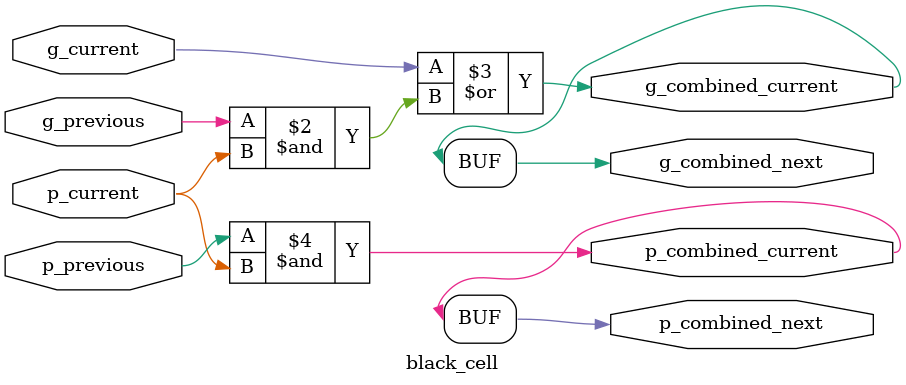
<source format=v>
module black_cell
(
	input  		g_previous,
	input  		p_previous,
	input  		g_current,
	input  		p_current,
	
	output reg 	g_combined_current,
	output reg 	p_combined_current,
	output reg 	g_combined_next,
	output reg 	p_combined_next
);
	always @ (*)
		begin
			g_combined_current 	= g_current | (g_previous & p_current);
			p_combined_current 	= p_previous & p_current;
			g_combined_next 	= g_combined_current;
			p_combined_next 	= p_combined_current;
		end

endmodule 
</source>
